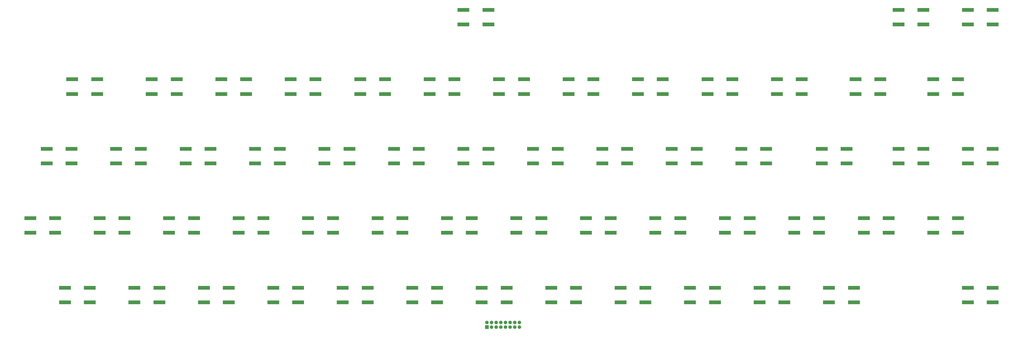
<source format=gbs>
G04 #@! TF.GenerationSoftware,KiCad,Pcbnew,(5.1.10)-1*
G04 #@! TF.CreationDate,2021-10-26T21:43:45-04:00*
G04 #@! TF.ProjectId,CoCo3SwitchBoard,436f436f-3353-4776-9974-6368426f6172,1.0*
G04 #@! TF.SameCoordinates,Original*
G04 #@! TF.FileFunction,Soldermask,Bot*
G04 #@! TF.FilePolarity,Negative*
%FSLAX46Y46*%
G04 Gerber Fmt 4.6, Leading zero omitted, Abs format (unit mm)*
G04 Created by KiCad (PCBNEW (5.1.10)-1) date 2021-10-26 21:43:45*
%MOMM*%
%LPD*%
G01*
G04 APERTURE LIST*
%ADD10O,1.000000X1.000000*%
%ADD11R,1.000000X1.000000*%
%ADD12R,3.200000X1.000000*%
G04 APERTURE END LIST*
D10*
X144449800Y-2030000D03*
X144449800Y-3300000D03*
X143179800Y-2030000D03*
X143179800Y-3300000D03*
X141909800Y-2030000D03*
X141909800Y-3300000D03*
X140639800Y-2030000D03*
X140639800Y-3300000D03*
X139369800Y-2030000D03*
X139369800Y-3300000D03*
X138099800Y-2030000D03*
X138099800Y-3300000D03*
X136829800Y-2030000D03*
X136829800Y-3300000D03*
X135559800Y-2030000D03*
D11*
X135559800Y-3300000D03*
D12*
X243150000Y64500000D03*
X236350000Y64500000D03*
X236350000Y60500000D03*
X243150000Y60500000D03*
X28900000Y64500000D03*
X22100000Y64500000D03*
X22100000Y60500000D03*
X28900000Y60500000D03*
X221650000Y64500000D03*
X214850000Y64500000D03*
X214850000Y60500000D03*
X221650000Y60500000D03*
X140900000Y7500000D03*
X134100000Y7500000D03*
X134100000Y3500000D03*
X140900000Y3500000D03*
X135900000Y83500000D03*
X129100000Y83500000D03*
X129100000Y79500000D03*
X135900000Y79500000D03*
X55400000Y26500000D03*
X48600000Y26500000D03*
X48600000Y22500000D03*
X55400000Y22500000D03*
X188400000Y26500000D03*
X181600000Y26500000D03*
X181600000Y22500000D03*
X188400000Y22500000D03*
X116900000Y45500000D03*
X110100000Y45500000D03*
X110100000Y41500000D03*
X116900000Y41500000D03*
X273900000Y83500000D03*
X267100000Y83500000D03*
X267100000Y79500000D03*
X273900000Y79500000D03*
X202650000Y64500000D03*
X195850000Y64500000D03*
X195850000Y60500000D03*
X202650000Y60500000D03*
X121900000Y7500000D03*
X115100000Y7500000D03*
X115100000Y3500000D03*
X121900000Y3500000D03*
X273900000Y45500000D03*
X267100000Y45500000D03*
X267100000Y41500000D03*
X273900000Y41500000D03*
X107650000Y64500000D03*
X100850000Y64500000D03*
X100850000Y60500000D03*
X107650000Y60500000D03*
X145650000Y64500000D03*
X138850000Y64500000D03*
X138850000Y60500000D03*
X145650000Y60500000D03*
X97900000Y45500000D03*
X91100000Y45500000D03*
X91100000Y41500000D03*
X97900000Y41500000D03*
X254900000Y83500000D03*
X248100000Y83500000D03*
X248100000Y79500000D03*
X254900000Y79500000D03*
X235900000Y7500000D03*
X229100000Y7500000D03*
X229100000Y3500000D03*
X235900000Y3500000D03*
X102900000Y7500000D03*
X96100000Y7500000D03*
X96100000Y3500000D03*
X102900000Y3500000D03*
X254900000Y45500000D03*
X248100000Y45500000D03*
X248100000Y41500000D03*
X254900000Y41500000D03*
X150400000Y26500000D03*
X143600000Y26500000D03*
X143600000Y22500000D03*
X150400000Y22500000D03*
X164650000Y64500000D03*
X157850000Y64500000D03*
X157850000Y60500000D03*
X164650000Y60500000D03*
X74400000Y26500000D03*
X67600000Y26500000D03*
X67600000Y22500000D03*
X74400000Y22500000D03*
X21900000Y45500000D03*
X15100000Y45500000D03*
X15100000Y41500000D03*
X21900000Y41500000D03*
X183650000Y64500000D03*
X176850000Y64500000D03*
X176850000Y60500000D03*
X183650000Y60500000D03*
X83900000Y7500000D03*
X77100000Y7500000D03*
X77100000Y3500000D03*
X83900000Y3500000D03*
X264400000Y64500000D03*
X257600000Y64500000D03*
X257600000Y60500000D03*
X264400000Y60500000D03*
X112400000Y26500000D03*
X105600000Y26500000D03*
X105600000Y22500000D03*
X112400000Y22500000D03*
X192900000Y45500000D03*
X186100000Y45500000D03*
X186100000Y41500000D03*
X192900000Y41500000D03*
X78900000Y45500000D03*
X72100000Y45500000D03*
X72100000Y41500000D03*
X78900000Y41500000D03*
X17400000Y26500000D03*
X10600000Y26500000D03*
X10600000Y22500000D03*
X17400000Y22500000D03*
X211900000Y45500000D03*
X205100000Y45500000D03*
X205100000Y41500000D03*
X211900000Y41500000D03*
X64900000Y7500000D03*
X58100000Y7500000D03*
X58100000Y3500000D03*
X64900000Y3500000D03*
X264400000Y26500000D03*
X257600000Y26500000D03*
X257600000Y22500000D03*
X264400000Y22500000D03*
X59900000Y45500000D03*
X53100000Y45500000D03*
X53100000Y41500000D03*
X59900000Y41500000D03*
X173900000Y45500000D03*
X167100000Y45500000D03*
X167100000Y41500000D03*
X173900000Y41500000D03*
X88650000Y64500000D03*
X81850000Y64500000D03*
X81850000Y60500000D03*
X88650000Y60500000D03*
X273900000Y7500000D03*
X267100000Y7500000D03*
X267100000Y3500000D03*
X273900000Y3500000D03*
X216900000Y7500000D03*
X210100000Y7500000D03*
X210100000Y3500000D03*
X216900000Y3500000D03*
X45900000Y7500000D03*
X39100000Y7500000D03*
X39100000Y3500000D03*
X45900000Y3500000D03*
X50650000Y64500000D03*
X43850000Y64500000D03*
X43850000Y60500000D03*
X50650000Y60500000D03*
X93400000Y26500000D03*
X86600000Y26500000D03*
X86600000Y22500000D03*
X93400000Y22500000D03*
X154900000Y45500000D03*
X148100000Y45500000D03*
X148100000Y41500000D03*
X154900000Y41500000D03*
X126650000Y64500000D03*
X119850000Y64500000D03*
X119850000Y60500000D03*
X126650000Y60500000D03*
X245400000Y26500000D03*
X238600000Y26500000D03*
X238600000Y22500000D03*
X245400000Y22500000D03*
X178900000Y7500000D03*
X172100000Y7500000D03*
X172100000Y3500000D03*
X178900000Y3500000D03*
X26900000Y7500000D03*
X20100000Y7500000D03*
X20100000Y3500000D03*
X26900000Y3500000D03*
X131400000Y26500000D03*
X124600000Y26500000D03*
X124600000Y22500000D03*
X131400000Y22500000D03*
X36400000Y26500000D03*
X29600000Y26500000D03*
X29600000Y22500000D03*
X36400000Y22500000D03*
X169400000Y26500000D03*
X162600000Y26500000D03*
X162600000Y22500000D03*
X169400000Y22500000D03*
X40900000Y45500000D03*
X34100000Y45500000D03*
X34100000Y41500000D03*
X40900000Y41500000D03*
X233900000Y45500000D03*
X227100000Y45500000D03*
X227100000Y41500000D03*
X233900000Y41500000D03*
X159900000Y7500000D03*
X153100000Y7500000D03*
X153100000Y3500000D03*
X159900000Y3500000D03*
X197900000Y7500000D03*
X191100000Y7500000D03*
X191100000Y3500000D03*
X197900000Y3500000D03*
X69650000Y64500000D03*
X62850000Y64500000D03*
X62850000Y60500000D03*
X69650000Y60500000D03*
X207400000Y26500000D03*
X200600000Y26500000D03*
X200600000Y22500000D03*
X207400000Y22500000D03*
X135900000Y45500000D03*
X129100000Y45500000D03*
X129100000Y41500000D03*
X135900000Y41500000D03*
X226400000Y26500000D03*
X219600000Y26500000D03*
X219600000Y22500000D03*
X226400000Y22500000D03*
M02*

</source>
